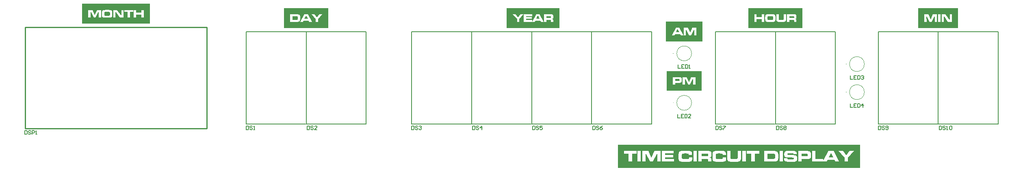
<source format=gto>
G04 Layer_Color=65535*
%FSLAX25Y25*%
%MOIN*%
G70*
G01*
G75*
%ADD10C,0.01000*%
%ADD26C,0.00394*%
%ADD27C,0.00787*%
%ADD28C,0.00500*%
G36*
X777964Y-34200D02*
X745200D01*
Y-18034D01*
X777964D01*
Y-34200D01*
D02*
G37*
G36*
X568265Y-45100D02*
X538111D01*
Y-28934D01*
X568265D01*
Y-45100D01*
D02*
G37*
G36*
X567398Y-85600D02*
X538900D01*
Y-69434D01*
X567398D01*
Y-85600D01*
D02*
G37*
G36*
X450841Y-34100D02*
X407500D01*
Y-17934D01*
X450841D01*
Y-34100D01*
D02*
G37*
G36*
X650363Y-34189D02*
X605700D01*
Y-17845D01*
X650363D01*
Y-34189D01*
D02*
G37*
G36*
X261231Y-34100D02*
X225000D01*
Y-17934D01*
X261231D01*
Y-34100D01*
D02*
G37*
G36*
X114840Y-30689D02*
X59300D01*
Y-14345D01*
X114840D01*
Y-30689D01*
D02*
G37*
G36*
X697407Y-148842D02*
X498700D01*
Y-129823D01*
X697407D01*
Y-148842D01*
D02*
G37*
%LPC*%
G36*
X763510Y-23034D02*
X761532D01*
Y-29200D01*
X763510D01*
Y-23034D01*
D02*
G37*
G36*
X772964D02*
X771042D01*
X771087Y-27634D01*
X770898D01*
X767665Y-23034D01*
X764376D01*
Y-29200D01*
X766287D01*
X766243Y-24600D01*
X766443D01*
X769687Y-29200D01*
X772964D01*
Y-23034D01*
D02*
G37*
G36*
X760666D02*
X757266D01*
X755433Y-27045D01*
X753600Y-23034D01*
X750200D01*
Y-29200D01*
X752044D01*
X752000Y-24589D01*
X752333D01*
X754655Y-29200D01*
X756222D01*
X758544Y-24589D01*
X758855D01*
X758810Y-29200D01*
X760666D01*
Y-23034D01*
D02*
G37*
G36*
X549288Y-33934D02*
X546366D01*
X543111Y-40100D01*
X545244D01*
X545766Y-39056D01*
X549855D01*
X550377Y-40100D01*
X552510D01*
X549288Y-33934D01*
D02*
G37*
G36*
X563265D02*
X559865D01*
X558032Y-37945D01*
X556199Y-33934D01*
X552799D01*
Y-40100D01*
X554643D01*
X554599Y-35489D01*
X554932D01*
X557254Y-40100D01*
X558821D01*
X561143Y-35489D01*
X561454D01*
X561409Y-40100D01*
X563265D01*
Y-33934D01*
D02*
G37*
%LPD*%
G36*
X549188Y-37700D02*
X546444D01*
X547633Y-35367D01*
X547999D01*
X549188Y-37700D01*
D02*
G37*
%LPC*%
G36*
X562398Y-74434D02*
X558998D01*
X557165Y-78445D01*
X555332Y-74434D01*
X551932D01*
Y-80600D01*
X553777D01*
X553732Y-75989D01*
X554066D01*
X556388Y-80600D01*
X557954D01*
X560276Y-75989D01*
X560587D01*
X560543Y-80600D01*
X562398D01*
Y-74434D01*
D02*
G37*
G36*
X548533D02*
X543900D01*
Y-80600D01*
X545778D01*
Y-79089D01*
X548677D01*
X548833Y-79078D01*
X549088D01*
X549199Y-79067D01*
X549377D01*
X549444Y-79056D01*
X549555D01*
X549588Y-79045D01*
X549633D01*
X549833Y-79022D01*
X550010Y-78989D01*
X550166Y-78945D01*
X550288Y-78911D01*
X550388Y-78878D01*
X550466Y-78845D01*
X550511Y-78834D01*
X550522Y-78822D01*
X550633Y-78756D01*
X550733Y-78678D01*
X550821Y-78600D01*
X550899Y-78522D01*
X550955Y-78456D01*
X550999Y-78400D01*
X551021Y-78356D01*
X551033Y-78345D01*
X551077Y-78256D01*
X551122Y-78145D01*
X551188Y-77900D01*
X551233Y-77634D01*
X551266Y-77378D01*
X551288Y-77134D01*
Y-77023D01*
X551299Y-76934D01*
Y-76856D01*
Y-76789D01*
Y-76756D01*
Y-76745D01*
Y-76523D01*
X551288Y-76334D01*
X551266Y-76145D01*
X551244Y-75978D01*
X551222Y-75823D01*
X551199Y-75689D01*
X551166Y-75567D01*
X551133Y-75456D01*
X551099Y-75367D01*
X551077Y-75289D01*
X551044Y-75223D01*
X551021Y-75167D01*
X550999Y-75134D01*
X550977Y-75100D01*
X550966Y-75078D01*
X550899Y-74989D01*
X550821Y-74923D01*
X550633Y-74790D01*
X550433Y-74690D01*
X550233Y-74612D01*
X550044Y-74556D01*
X549955Y-74534D01*
X549877Y-74512D01*
X549822Y-74501D01*
X549777D01*
X549744Y-74489D01*
X549733D01*
X549655Y-74478D01*
X549566Y-74467D01*
X549455D01*
X549333Y-74456D01*
X549066Y-74445D01*
X548800D01*
X548533Y-74434D01*
D02*
G37*
%LPD*%
G36*
X548411Y-75989D02*
X548533D01*
X548633Y-76000D01*
X548733D01*
X548811Y-76012D01*
X548877D01*
X548933Y-76023D01*
X549011Y-76034D01*
X549066D01*
X549088Y-76045D01*
X549099D01*
X549211Y-76112D01*
X549277Y-76178D01*
X549322Y-76245D01*
X549333Y-76256D01*
Y-76267D01*
X549355Y-76334D01*
X549377Y-76411D01*
X549399Y-76567D01*
X549411Y-76634D01*
Y-76689D01*
Y-76734D01*
Y-76745D01*
Y-76856D01*
X549399Y-76956D01*
X549388Y-77045D01*
Y-77112D01*
X549377Y-77167D01*
X549366Y-77200D01*
X549355Y-77223D01*
Y-77234D01*
X549299Y-77334D01*
X549233Y-77400D01*
X549177Y-77445D01*
X549166Y-77456D01*
X549155D01*
X549066Y-77500D01*
X548988Y-77522D01*
X548922Y-77534D01*
X548822D01*
X548722Y-77545D01*
X545778D01*
Y-75978D01*
X548277D01*
X548411Y-75989D01*
D02*
G37*
%LPC*%
G36*
X428432Y-22934D02*
X421599D01*
Y-29100D01*
X428465D01*
Y-27622D01*
X423455D01*
Y-26623D01*
X428176D01*
Y-25267D01*
X423455D01*
Y-24389D01*
X428432D01*
Y-22934D01*
D02*
G37*
G36*
X434653D02*
X431731D01*
X428476Y-29100D01*
X430609D01*
X431132Y-28056D01*
X435220D01*
X435742Y-29100D01*
X437875D01*
X434653Y-22934D01*
D02*
G37*
G36*
X421344D02*
X418899D01*
X416977Y-25411D01*
X414966Y-22934D01*
X412500D01*
X416033Y-26922D01*
Y-29100D01*
X417977D01*
Y-26922D01*
X421344Y-22934D01*
D02*
G37*
G36*
X443219D02*
X438164D01*
Y-29100D01*
X440042D01*
Y-27534D01*
X443052D01*
X443175Y-27545D01*
X443286D01*
X443353Y-27556D01*
X443408D01*
X443430Y-27567D01*
X443441D01*
X443564Y-27600D01*
X443652Y-27656D01*
X443708Y-27689D01*
X443730Y-27711D01*
X443797Y-27811D01*
X443841Y-27922D01*
X443863Y-27967D01*
Y-28011D01*
X443875Y-28033D01*
Y-28045D01*
X443886Y-28144D01*
X443897Y-28256D01*
X443919Y-28489D01*
Y-28600D01*
Y-28689D01*
Y-28756D01*
Y-28767D01*
Y-28778D01*
Y-29100D01*
X445774D01*
Y-28533D01*
Y-28389D01*
Y-28256D01*
Y-28144D01*
X445763Y-28033D01*
Y-27933D01*
Y-27856D01*
X445752Y-27711D01*
X445741Y-27611D01*
Y-27545D01*
X445730Y-27500D01*
Y-27489D01*
X445686Y-27311D01*
X445652Y-27245D01*
X445619Y-27178D01*
X445586Y-27122D01*
X445563Y-27089D01*
X445552Y-27067D01*
X445541Y-27056D01*
X445430Y-26956D01*
X445297Y-26878D01*
X445163Y-26811D01*
X445019Y-26767D01*
X444886Y-26745D01*
X444786Y-26722D01*
X444741D01*
X444708Y-26711D01*
X444686D01*
X444863Y-26678D01*
X445019Y-26634D01*
X445141Y-26589D01*
X445252Y-26545D01*
X445330Y-26500D01*
X445397Y-26467D01*
X445430Y-26445D01*
X445441Y-26434D01*
X445519Y-26356D01*
X445586Y-26278D01*
X445641Y-26189D01*
X445686Y-26111D01*
X445708Y-26045D01*
X445730Y-25989D01*
X445752Y-25945D01*
Y-25934D01*
X445786Y-25800D01*
X445808Y-25645D01*
X445819Y-25478D01*
X445830Y-25323D01*
X445841Y-25167D01*
Y-25056D01*
Y-25012D01*
Y-24978D01*
Y-24956D01*
Y-24945D01*
Y-24667D01*
X445819Y-24423D01*
X445797Y-24223D01*
X445774Y-24056D01*
X445752Y-23934D01*
X445730Y-23845D01*
X445719Y-23800D01*
X445708Y-23778D01*
X445652Y-23645D01*
X445575Y-23523D01*
X445497Y-23423D01*
X445419Y-23334D01*
X445341Y-23267D01*
X445274Y-23223D01*
X445230Y-23189D01*
X445219Y-23178D01*
X445108Y-23123D01*
X444997Y-23067D01*
X444897Y-23034D01*
X444808Y-23012D01*
X444730Y-22989D01*
X444663D01*
X444619Y-22978D01*
X444608D01*
X444530Y-22967D01*
X444441D01*
X444319Y-22956D01*
X444030D01*
X443863Y-22945D01*
X443375D01*
X443219Y-22934D01*
D02*
G37*
%LPD*%
G36*
X434553Y-26700D02*
X431809D01*
X432998Y-24367D01*
X433365D01*
X434553Y-26700D01*
D02*
G37*
G36*
X443064Y-24489D02*
X443308D01*
X443375Y-24500D01*
X443453D01*
X443552Y-24512D01*
X443630Y-24534D01*
X443675Y-24545D01*
X443697Y-24556D01*
X443786Y-24612D01*
X443841Y-24689D01*
X443875Y-24745D01*
X443886Y-24756D01*
Y-24767D01*
X443908Y-24823D01*
X443930Y-24900D01*
X443941Y-25045D01*
X443952Y-25111D01*
Y-25167D01*
Y-25200D01*
Y-25212D01*
Y-25323D01*
X443941Y-25411D01*
X443930Y-25500D01*
Y-25556D01*
X443919Y-25611D01*
X443908Y-25645D01*
X443897Y-25667D01*
Y-25678D01*
X443852Y-25778D01*
X443797Y-25845D01*
X443752Y-25889D01*
X443741Y-25900D01*
X443730D01*
X443652Y-25934D01*
X443575Y-25956D01*
X443519Y-25967D01*
X443419D01*
X443308Y-25978D01*
X443041D01*
X442897Y-25989D01*
X440042D01*
Y-24478D01*
X442897D01*
X443064Y-24489D01*
D02*
G37*
%LPC*%
G36*
X618888Y-22934D02*
X616911D01*
Y-25134D01*
X612678D01*
Y-22934D01*
X610700D01*
Y-29100D01*
X612678D01*
Y-26856D01*
X616911D01*
Y-29100D01*
X618888D01*
Y-22934D01*
D02*
G37*
G36*
X636853D02*
X634975D01*
Y-25767D01*
Y-25878D01*
Y-25989D01*
X634964Y-26100D01*
Y-26211D01*
X634953Y-26311D01*
Y-26389D01*
X634942Y-26434D01*
Y-26456D01*
X634931Y-26600D01*
X634920Y-26711D01*
X634909Y-26811D01*
X634898Y-26889D01*
X634887Y-26956D01*
Y-27000D01*
X634875Y-27022D01*
Y-27033D01*
X634842Y-27145D01*
X634787Y-27233D01*
X634753Y-27289D01*
X634731Y-27311D01*
X634664Y-27367D01*
X634586Y-27411D01*
X634409Y-27489D01*
X634331Y-27511D01*
X634264Y-27522D01*
X634220Y-27534D01*
X634198D01*
X634120Y-27545D01*
X634031Y-27556D01*
X633831Y-27567D01*
X633598Y-27578D01*
X633376D01*
X633176Y-27589D01*
X632431D01*
X632242Y-27578D01*
X632076Y-27567D01*
X631931D01*
X631798Y-27556D01*
X631687Y-27545D01*
X631587Y-27534D01*
X631498Y-27522D01*
X631420Y-27511D01*
X631365Y-27500D01*
X631309D01*
X631276Y-27489D01*
X631253Y-27478D01*
X631231D01*
X631098Y-27422D01*
X630998Y-27356D01*
X630920Y-27278D01*
X630854Y-27200D01*
X630820Y-27134D01*
X630798Y-27067D01*
X630776Y-27022D01*
Y-27011D01*
X630765Y-26956D01*
X630754Y-26878D01*
Y-26800D01*
X630742Y-26700D01*
X630731Y-26500D01*
X630720Y-26289D01*
Y-26089D01*
X630709Y-26000D01*
Y-25923D01*
Y-25856D01*
Y-25811D01*
Y-25778D01*
Y-25767D01*
Y-22934D01*
X628831D01*
Y-25767D01*
Y-25967D01*
Y-26134D01*
Y-26300D01*
Y-26445D01*
Y-26567D01*
Y-26689D01*
Y-26789D01*
X628843Y-26867D01*
Y-26945D01*
Y-27000D01*
Y-27056D01*
Y-27089D01*
Y-27145D01*
Y-27156D01*
X628865Y-27389D01*
X628876Y-27500D01*
X628898Y-27600D01*
X628909Y-27678D01*
X628920Y-27756D01*
X628932Y-27800D01*
Y-27811D01*
X628976Y-27989D01*
X629032Y-28144D01*
X629098Y-28278D01*
X629187Y-28411D01*
X629276Y-28522D01*
X629376Y-28611D01*
X629476Y-28700D01*
X629576Y-28778D01*
X629676Y-28833D01*
X629765Y-28889D01*
X629854Y-28922D01*
X629931Y-28956D01*
X629998Y-28978D01*
X630043Y-29000D01*
X630076Y-29011D01*
X630087D01*
X630265Y-29044D01*
X630442Y-29067D01*
X630609Y-29089D01*
X630776Y-29111D01*
X630920Y-29122D01*
X631031Y-29133D01*
X631076Y-29144D01*
X631131D01*
X631253Y-29155D01*
X631387D01*
X631665Y-29167D01*
X631953Y-29178D01*
X632231D01*
X632353Y-29189D01*
X633387D01*
X633620Y-29178D01*
X633831D01*
X634020Y-29167D01*
X634198D01*
X634353Y-29155D01*
X634486Y-29144D01*
X634609D01*
X634720Y-29133D01*
X634798D01*
X634875Y-29122D01*
X634931D01*
X634964Y-29111D01*
X634998D01*
X635231Y-29078D01*
X635431Y-29044D01*
X635609Y-29000D01*
X635753Y-28956D01*
X635864Y-28911D01*
X635942Y-28878D01*
X635997Y-28856D01*
X636009Y-28844D01*
X636120Y-28767D01*
X636220Y-28689D01*
X636397Y-28511D01*
X636520Y-28322D01*
X636620Y-28133D01*
X636686Y-27967D01*
X636708Y-27889D01*
X636731Y-27822D01*
X636742Y-27778D01*
Y-27733D01*
X636753Y-27711D01*
Y-27700D01*
X636764Y-27600D01*
X636775Y-27489D01*
X636786Y-27356D01*
X636797Y-27200D01*
X636820Y-26889D01*
X636831Y-26567D01*
Y-26400D01*
X636842Y-26256D01*
Y-26122D01*
Y-26000D01*
X636853Y-25911D01*
Y-25834D01*
Y-25778D01*
Y-25767D01*
Y-22934D01*
D02*
G37*
G36*
X624554Y-22845D02*
X623188D01*
X622877Y-22856D01*
X622610D01*
X622354Y-22867D01*
X622132Y-22878D01*
X621932Y-22889D01*
X621754D01*
X621599Y-22901D01*
X621477Y-22912D01*
X621366Y-22923D01*
X621277Y-22934D01*
X621210D01*
X621166Y-22945D01*
X621132D01*
X620943Y-22978D01*
X620766Y-23034D01*
X620610Y-23089D01*
X620477Y-23167D01*
X620343Y-23245D01*
X620244Y-23334D01*
X620144Y-23423D01*
X620066Y-23512D01*
X619999Y-23601D01*
X619944Y-23689D01*
X619899Y-23767D01*
X619866Y-23834D01*
X619843Y-23900D01*
X619821Y-23945D01*
X619810Y-23967D01*
Y-23978D01*
X619777Y-24101D01*
X619755Y-24234D01*
X619732Y-24389D01*
X619710Y-24545D01*
X619688Y-24878D01*
X619666Y-25212D01*
X619655Y-25367D01*
Y-25512D01*
X619643Y-25645D01*
Y-25756D01*
Y-25856D01*
Y-25923D01*
Y-25978D01*
Y-25989D01*
Y-26256D01*
X619655Y-26500D01*
Y-26734D01*
X619666Y-26934D01*
X619688Y-27122D01*
X619699Y-27300D01*
X619710Y-27445D01*
X619732Y-27578D01*
X619743Y-27700D01*
X619755Y-27800D01*
X619777Y-27878D01*
X619788Y-27945D01*
X619799Y-28000D01*
Y-28033D01*
X619810Y-28056D01*
Y-28067D01*
X619866Y-28222D01*
X619932Y-28367D01*
X620021Y-28489D01*
X620121Y-28600D01*
X620221Y-28700D01*
X620332Y-28789D01*
X620455Y-28856D01*
X620566Y-28911D01*
X620777Y-29011D01*
X620877Y-29044D01*
X620966Y-29067D01*
X621032Y-29078D01*
X621088Y-29089D01*
X621121Y-29100D01*
X621132D01*
X621288Y-29111D01*
X621466Y-29133D01*
X621666Y-29144D01*
X621877Y-29155D01*
X622332Y-29167D01*
X622799Y-29178D01*
X623010D01*
X623221Y-29189D01*
X624587D01*
X624888Y-29178D01*
X625154D01*
X625410Y-29167D01*
X625632Y-29155D01*
X625832D01*
X625998Y-29144D01*
X626154Y-29133D01*
X626276Y-29122D01*
X626387D01*
X626476Y-29111D01*
X626543D01*
X626587Y-29100D01*
X626621D01*
X626810Y-29067D01*
X626987Y-29011D01*
X627143Y-28956D01*
X627287Y-28878D01*
X627409Y-28800D01*
X627509Y-28711D01*
X627609Y-28622D01*
X627687Y-28533D01*
X627754Y-28444D01*
X627809Y-28356D01*
X627854Y-28278D01*
X627887Y-28211D01*
X627909Y-28144D01*
X627932Y-28100D01*
X627943Y-28078D01*
Y-28067D01*
X627976Y-27945D01*
X627998Y-27811D01*
X628020Y-27656D01*
X628043Y-27489D01*
X628076Y-27156D01*
X628098Y-26822D01*
X628109Y-26656D01*
Y-26511D01*
X628121Y-26378D01*
Y-26256D01*
Y-26156D01*
Y-26089D01*
Y-26034D01*
Y-26022D01*
Y-25756D01*
X628109Y-25523D01*
Y-25300D01*
X628098Y-25089D01*
X628076Y-24912D01*
X628065Y-24745D01*
X628054Y-24589D01*
X628032Y-24456D01*
X628020Y-24345D01*
X627998Y-24245D01*
X627987Y-24156D01*
X627976Y-24089D01*
X627965Y-24045D01*
X627954Y-24012D01*
X627943Y-23989D01*
Y-23978D01*
X627887Y-23823D01*
X627820Y-23678D01*
X627732Y-23556D01*
X627632Y-23445D01*
X627532Y-23345D01*
X627421Y-23256D01*
X627298Y-23189D01*
X627187Y-23123D01*
X626976Y-23034D01*
X626876Y-23001D01*
X626798Y-22978D01*
X626721Y-22967D01*
X626665Y-22956D01*
X626632Y-22945D01*
X626621D01*
X626465Y-22923D01*
X626287Y-22912D01*
X626087Y-22901D01*
X625876Y-22889D01*
X625421Y-22867D01*
X624965Y-22856D01*
X624754D01*
X624554Y-22845D01*
D02*
G37*
G36*
X642741Y-22934D02*
X637686D01*
Y-29100D01*
X639564D01*
Y-27534D01*
X642575D01*
X642697Y-27545D01*
X642808D01*
X642875Y-27556D01*
X642930D01*
X642952Y-27567D01*
X642963D01*
X643086Y-27600D01*
X643175Y-27656D01*
X643230Y-27689D01*
X643252Y-27711D01*
X643319Y-27811D01*
X643363Y-27922D01*
X643386Y-27967D01*
Y-28011D01*
X643397Y-28033D01*
Y-28045D01*
X643408Y-28144D01*
X643419Y-28256D01*
X643441Y-28489D01*
Y-28600D01*
Y-28689D01*
Y-28756D01*
Y-28767D01*
Y-28778D01*
Y-29100D01*
X645296D01*
Y-28533D01*
Y-28389D01*
Y-28256D01*
Y-28144D01*
X645285Y-28033D01*
Y-27933D01*
Y-27856D01*
X645274Y-27711D01*
X645263Y-27611D01*
Y-27545D01*
X645252Y-27500D01*
Y-27489D01*
X645208Y-27311D01*
X645174Y-27245D01*
X645141Y-27178D01*
X645108Y-27122D01*
X645085Y-27089D01*
X645074Y-27067D01*
X645063Y-27056D01*
X644952Y-26956D01*
X644819Y-26878D01*
X644686Y-26811D01*
X644541Y-26767D01*
X644408Y-26745D01*
X644308Y-26722D01*
X644263D01*
X644230Y-26711D01*
X644208D01*
X644385Y-26678D01*
X644541Y-26634D01*
X644663Y-26589D01*
X644774Y-26545D01*
X644852Y-26500D01*
X644919Y-26467D01*
X644952Y-26445D01*
X644963Y-26434D01*
X645041Y-26356D01*
X645108Y-26278D01*
X645163Y-26189D01*
X645208Y-26111D01*
X645230Y-26045D01*
X645252Y-25989D01*
X645274Y-25945D01*
Y-25934D01*
X645308Y-25800D01*
X645330Y-25645D01*
X645341Y-25478D01*
X645352Y-25323D01*
X645363Y-25167D01*
Y-25056D01*
Y-25012D01*
Y-24978D01*
Y-24956D01*
Y-24945D01*
Y-24667D01*
X645341Y-24423D01*
X645319Y-24223D01*
X645296Y-24056D01*
X645274Y-23934D01*
X645252Y-23845D01*
X645241Y-23800D01*
X645230Y-23778D01*
X645174Y-23645D01*
X645097Y-23523D01*
X645019Y-23423D01*
X644941Y-23334D01*
X644863Y-23267D01*
X644797Y-23223D01*
X644752Y-23189D01*
X644741Y-23178D01*
X644630Y-23123D01*
X644519Y-23067D01*
X644419Y-23034D01*
X644330Y-23012D01*
X644252Y-22989D01*
X644185D01*
X644141Y-22978D01*
X644130D01*
X644052Y-22967D01*
X643963D01*
X643841Y-22956D01*
X643552D01*
X643386Y-22945D01*
X642897D01*
X642741Y-22934D01*
D02*
G37*
%LPD*%
G36*
X624687Y-24456D02*
X624843D01*
X624976Y-24467D01*
X625199D01*
X625287Y-24478D01*
X625354D01*
X625410Y-24489D01*
X625454D01*
X625487Y-24500D01*
X625532D01*
X625654Y-24523D01*
X625754Y-24556D01*
X625843Y-24600D01*
X625910Y-24634D01*
X625965Y-24678D01*
X625998Y-24712D01*
X626021Y-24734D01*
X626032Y-24745D01*
X626076Y-24812D01*
X626098Y-24878D01*
X626154Y-25034D01*
X626165Y-25100D01*
X626176Y-25156D01*
X626187Y-25200D01*
Y-25212D01*
X626210Y-25345D01*
X626221Y-25500D01*
X626232Y-25656D01*
Y-25811D01*
X626243Y-25967D01*
Y-26078D01*
Y-26122D01*
Y-26156D01*
Y-26178D01*
Y-26189D01*
Y-26389D01*
X626232Y-26556D01*
X626221Y-26689D01*
X626210Y-26811D01*
X626198Y-26889D01*
X626187Y-26956D01*
X626176Y-26989D01*
Y-27000D01*
X626121Y-27167D01*
X626087Y-27222D01*
X626043Y-27278D01*
X626010Y-27322D01*
X625976Y-27356D01*
X625965Y-27367D01*
X625954Y-27378D01*
X625876Y-27422D01*
X625787Y-27467D01*
X625610Y-27511D01*
X625532Y-27534D01*
X625465Y-27545D01*
X625421Y-27556D01*
X625321D01*
X625221Y-27567D01*
X625121D01*
X624999Y-27578D01*
X624754D01*
X624499Y-27589D01*
X623288D01*
X623121Y-27578D01*
X622843D01*
X622721Y-27567D01*
X622532D01*
X622454Y-27556D01*
X622343D01*
X622299Y-27545D01*
X622254D01*
X622065Y-27500D01*
X621910Y-27422D01*
X621788Y-27334D01*
X621699Y-27245D01*
X621643Y-27156D01*
X621599Y-27078D01*
X621588Y-27022D01*
X621577Y-27000D01*
X621555Y-26889D01*
X621543Y-26767D01*
X621532Y-26623D01*
Y-26489D01*
X621521Y-26367D01*
Y-26267D01*
Y-26200D01*
Y-26189D01*
Y-26178D01*
Y-26011D01*
Y-25856D01*
X621532Y-25712D01*
Y-25589D01*
X621543Y-25478D01*
X621555Y-25378D01*
X621566Y-25289D01*
X621577Y-25200D01*
X621588Y-25078D01*
X621610Y-25000D01*
X621621Y-24945D01*
Y-24934D01*
X621677Y-24823D01*
X621743Y-24734D01*
X621810Y-24667D01*
X621888Y-24612D01*
X621966Y-24567D01*
X622021Y-24545D01*
X622065Y-24523D01*
X622077D01*
X622143Y-24512D01*
X622243Y-24500D01*
X622354Y-24489D01*
X622488Y-24478D01*
X622632Y-24467D01*
X622788D01*
X623099Y-24456D01*
X623243D01*
X623388Y-24445D01*
X624521D01*
X624687Y-24456D01*
D02*
G37*
G36*
X642586Y-24489D02*
X642830D01*
X642897Y-24500D01*
X642975D01*
X643075Y-24512D01*
X643152Y-24534D01*
X643197Y-24545D01*
X643219Y-24556D01*
X643308Y-24612D01*
X643363Y-24689D01*
X643397Y-24745D01*
X643408Y-24756D01*
Y-24767D01*
X643430Y-24823D01*
X643452Y-24900D01*
X643463Y-25045D01*
X643474Y-25111D01*
Y-25167D01*
Y-25200D01*
Y-25212D01*
Y-25323D01*
X643463Y-25411D01*
X643452Y-25500D01*
Y-25556D01*
X643441Y-25611D01*
X643430Y-25645D01*
X643419Y-25667D01*
Y-25678D01*
X643374Y-25778D01*
X643319Y-25845D01*
X643274Y-25889D01*
X643263Y-25900D01*
X643252D01*
X643175Y-25934D01*
X643097Y-25956D01*
X643041Y-25967D01*
X642941D01*
X642830Y-25978D01*
X642563D01*
X642419Y-25989D01*
X639564D01*
Y-24478D01*
X642419D01*
X642586Y-24489D01*
D02*
G37*
%LPC*%
G36*
X235344Y-22934D02*
X230000D01*
Y-29100D01*
X235255D01*
X235377Y-29089D01*
X235744D01*
X235810Y-29078D01*
X235944D01*
X236110Y-29067D01*
X236277Y-29044D01*
X236422Y-29022D01*
X236555Y-29000D01*
X236655Y-28989D01*
X236744Y-28967D01*
X236788Y-28956D01*
X236810D01*
X236966Y-28911D01*
X237110Y-28856D01*
X237233Y-28789D01*
X237344Y-28722D01*
X237455Y-28644D01*
X237544Y-28556D01*
X237699Y-28389D01*
X237810Y-28222D01*
X237888Y-28089D01*
X237910Y-28033D01*
X237932Y-27989D01*
X237944Y-27967D01*
Y-27956D01*
X238021Y-27689D01*
X238055Y-27567D01*
X238077Y-27445D01*
X238088Y-27345D01*
X238099Y-27256D01*
X238110Y-27211D01*
Y-27189D01*
X238121Y-27011D01*
X238133Y-26811D01*
X238144Y-26600D01*
X238155Y-26400D01*
Y-26211D01*
Y-26134D01*
Y-26067D01*
Y-26011D01*
Y-25967D01*
Y-25945D01*
Y-25934D01*
Y-25667D01*
X238144Y-25434D01*
Y-25245D01*
X238133Y-25089D01*
X238121Y-24967D01*
Y-24878D01*
X238110Y-24834D01*
Y-24812D01*
X238077Y-24545D01*
X238055Y-24423D01*
X238033Y-24312D01*
X238010Y-24223D01*
X237988Y-24156D01*
X237977Y-24112D01*
Y-24101D01*
X237921Y-23945D01*
X237844Y-23812D01*
X237755Y-23689D01*
X237666Y-23578D01*
X237566Y-23478D01*
X237466Y-23390D01*
X237366Y-23323D01*
X237266Y-23256D01*
X237077Y-23156D01*
X236988Y-23123D01*
X236910Y-23101D01*
X236855Y-23078D01*
X236810Y-23067D01*
X236777Y-23056D01*
X236766D01*
X236477Y-23012D01*
X236344Y-22989D01*
X236233Y-22978D01*
X236133Y-22967D01*
X236066Y-22956D01*
X235922D01*
X235833Y-22945D01*
X235599D01*
X235344Y-22934D01*
D02*
G37*
G36*
X256231D02*
X253786D01*
X251865Y-25411D01*
X249854Y-22934D01*
X247387D01*
X250920Y-26922D01*
Y-29100D01*
X252864D01*
Y-26922D01*
X256231Y-22934D01*
D02*
G37*
G36*
X244487D02*
X241565D01*
X238310Y-29100D01*
X240443D01*
X240966Y-28056D01*
X245054D01*
X245576Y-29100D01*
X247709D01*
X244487Y-22934D01*
D02*
G37*
%LPD*%
G36*
X234988Y-24489D02*
X235100D01*
X235188Y-24500D01*
X235344D01*
X235466Y-24512D01*
X235544Y-24523D01*
X235588Y-24534D01*
X235599D01*
X235711Y-24556D01*
X235799Y-24589D01*
X235877Y-24623D01*
X235944Y-24656D01*
X235988Y-24689D01*
X236022Y-24723D01*
X236044Y-24734D01*
X236055Y-24745D01*
X236099Y-24812D01*
X236144Y-24878D01*
X236199Y-25023D01*
X236222Y-25089D01*
X236233Y-25145D01*
X236244Y-25178D01*
Y-25189D01*
X236266Y-25311D01*
X236277Y-25445D01*
X236288Y-25589D01*
Y-25723D01*
X236299Y-25845D01*
Y-25956D01*
Y-26022D01*
Y-26034D01*
Y-26045D01*
Y-26245D01*
X236288Y-26423D01*
X236277Y-26567D01*
X236266Y-26689D01*
X236255Y-26789D01*
X236244Y-26856D01*
X236233Y-26900D01*
Y-26911D01*
X236199Y-27011D01*
X236166Y-27089D01*
X236133Y-27156D01*
X236099Y-27211D01*
X236066Y-27256D01*
X236033Y-27289D01*
X236022Y-27300D01*
X236011Y-27311D01*
X235955Y-27356D01*
X235877Y-27389D01*
X235722Y-27445D01*
X235644Y-27456D01*
X235588Y-27467D01*
X235544Y-27478D01*
X235533D01*
X235388Y-27489D01*
X235222Y-27500D01*
X235044Y-27511D01*
X234866D01*
X234711Y-27522D01*
X231855D01*
Y-24478D01*
X234877D01*
X234988Y-24489D01*
D02*
G37*
G36*
X244387Y-26700D02*
X241643D01*
X242832Y-24367D01*
X243199D01*
X244387Y-26700D01*
D02*
G37*
%LPC*%
G36*
X80421Y-19345D02*
X79054D01*
X78743Y-19356D01*
X78476D01*
X78221Y-19367D01*
X77999Y-19378D01*
X77799Y-19389D01*
X77621D01*
X77465Y-19401D01*
X77343Y-19412D01*
X77232Y-19423D01*
X77143Y-19434D01*
X77077D01*
X77032Y-19445D01*
X76999D01*
X76810Y-19478D01*
X76632Y-19534D01*
X76477Y-19590D01*
X76343Y-19667D01*
X76210Y-19745D01*
X76110Y-19834D01*
X76010Y-19923D01*
X75932Y-20012D01*
X75866Y-20101D01*
X75810Y-20189D01*
X75766Y-20267D01*
X75732Y-20334D01*
X75710Y-20401D01*
X75688Y-20445D01*
X75677Y-20467D01*
Y-20478D01*
X75643Y-20601D01*
X75621Y-20734D01*
X75599Y-20889D01*
X75577Y-21045D01*
X75554Y-21378D01*
X75532Y-21711D01*
X75521Y-21867D01*
Y-22012D01*
X75510Y-22145D01*
Y-22256D01*
Y-22356D01*
Y-22422D01*
Y-22478D01*
Y-22489D01*
Y-22756D01*
X75521Y-23000D01*
Y-23234D01*
X75532Y-23434D01*
X75554Y-23622D01*
X75565Y-23800D01*
X75577Y-23945D01*
X75599Y-24078D01*
X75610Y-24200D01*
X75621Y-24300D01*
X75643Y-24378D01*
X75654Y-24445D01*
X75665Y-24500D01*
Y-24533D01*
X75677Y-24556D01*
Y-24567D01*
X75732Y-24722D01*
X75799Y-24867D01*
X75888Y-24989D01*
X75988Y-25100D01*
X76088Y-25200D01*
X76199Y-25289D01*
X76321Y-25356D01*
X76432Y-25411D01*
X76643Y-25511D01*
X76743Y-25545D01*
X76832Y-25567D01*
X76899Y-25578D01*
X76954Y-25589D01*
X76988Y-25600D01*
X76999D01*
X77154Y-25611D01*
X77332Y-25633D01*
X77532Y-25644D01*
X77743Y-25655D01*
X78199Y-25667D01*
X78665Y-25678D01*
X78876D01*
X79087Y-25689D01*
X80454D01*
X80754Y-25678D01*
X81021D01*
X81276Y-25667D01*
X81498Y-25655D01*
X81698D01*
X81865Y-25644D01*
X82020Y-25633D01*
X82143Y-25622D01*
X82254D01*
X82343Y-25611D01*
X82409D01*
X82454Y-25600D01*
X82487D01*
X82676Y-25567D01*
X82854Y-25511D01*
X83009Y-25456D01*
X83154Y-25378D01*
X83276Y-25300D01*
X83376Y-25211D01*
X83476Y-25122D01*
X83554Y-25033D01*
X83620Y-24945D01*
X83676Y-24856D01*
X83720Y-24778D01*
X83754Y-24711D01*
X83776Y-24645D01*
X83798Y-24600D01*
X83809Y-24578D01*
Y-24567D01*
X83842Y-24445D01*
X83865Y-24311D01*
X83887Y-24156D01*
X83909Y-23989D01*
X83943Y-23656D01*
X83965Y-23323D01*
X83976Y-23156D01*
Y-23011D01*
X83987Y-22878D01*
Y-22756D01*
Y-22656D01*
Y-22589D01*
Y-22534D01*
Y-22523D01*
Y-22256D01*
X83976Y-22023D01*
Y-21800D01*
X83965Y-21589D01*
X83943Y-21411D01*
X83931Y-21245D01*
X83920Y-21089D01*
X83898Y-20956D01*
X83887Y-20845D01*
X83865Y-20745D01*
X83854Y-20656D01*
X83842Y-20589D01*
X83831Y-20545D01*
X83820Y-20512D01*
X83809Y-20489D01*
Y-20478D01*
X83754Y-20323D01*
X83687Y-20178D01*
X83598Y-20056D01*
X83498Y-19945D01*
X83398Y-19845D01*
X83287Y-19756D01*
X83165Y-19690D01*
X83054Y-19623D01*
X82843Y-19534D01*
X82743Y-19501D01*
X82665Y-19478D01*
X82587Y-19467D01*
X82531Y-19456D01*
X82498Y-19445D01*
X82487D01*
X82332Y-19423D01*
X82154Y-19412D01*
X81954Y-19401D01*
X81743Y-19389D01*
X81287Y-19367D01*
X80832Y-19356D01*
X80621D01*
X80421Y-19345D01*
D02*
G37*
G36*
X93319Y-19434D02*
X91397D01*
X91442Y-24034D01*
X91253D01*
X88020Y-19434D01*
X84731D01*
Y-25600D01*
X86642D01*
X86598Y-21001D01*
X86798D01*
X90042Y-25600D01*
X93319D01*
Y-19434D01*
D02*
G37*
G36*
X74766D02*
X71366D01*
X69533Y-23445D01*
X67700Y-19434D01*
X64300D01*
Y-25600D01*
X66144D01*
X66100Y-20989D01*
X66433D01*
X68755Y-25600D01*
X70322D01*
X72644Y-20989D01*
X72955D01*
X72910Y-25600D01*
X74766D01*
Y-19434D01*
D02*
G37*
G36*
X109840D02*
X107862D01*
Y-21634D01*
X103629D01*
Y-19434D01*
X101652D01*
Y-25600D01*
X103629D01*
Y-23356D01*
X107862D01*
Y-25600D01*
X109840D01*
Y-19434D01*
D02*
G37*
G36*
X101218D02*
X93753D01*
Y-21012D01*
X96497D01*
Y-25600D01*
X98474D01*
Y-21012D01*
X101218D01*
Y-19434D01*
D02*
G37*
%LPD*%
G36*
X80554Y-20956D02*
X80709D01*
X80843Y-20967D01*
X81065D01*
X81154Y-20978D01*
X81221D01*
X81276Y-20989D01*
X81321D01*
X81354Y-21001D01*
X81398D01*
X81520Y-21023D01*
X81621Y-21056D01*
X81709Y-21101D01*
X81776Y-21134D01*
X81832Y-21178D01*
X81865Y-21212D01*
X81887Y-21234D01*
X81898Y-21245D01*
X81943Y-21312D01*
X81965Y-21378D01*
X82020Y-21534D01*
X82032Y-21600D01*
X82043Y-21656D01*
X82054Y-21700D01*
Y-21711D01*
X82076Y-21845D01*
X82087Y-22000D01*
X82098Y-22156D01*
Y-22311D01*
X82109Y-22467D01*
Y-22578D01*
Y-22623D01*
Y-22656D01*
Y-22678D01*
Y-22689D01*
Y-22889D01*
X82098Y-23056D01*
X82087Y-23189D01*
X82076Y-23311D01*
X82065Y-23389D01*
X82054Y-23456D01*
X82043Y-23489D01*
Y-23500D01*
X81987Y-23667D01*
X81954Y-23722D01*
X81909Y-23778D01*
X81876Y-23822D01*
X81843Y-23856D01*
X81832Y-23867D01*
X81820Y-23878D01*
X81743Y-23922D01*
X81654Y-23967D01*
X81476Y-24011D01*
X81398Y-24034D01*
X81332Y-24045D01*
X81287Y-24056D01*
X81187D01*
X81087Y-24067D01*
X80987D01*
X80865Y-24078D01*
X80621D01*
X80365Y-24089D01*
X79154D01*
X78987Y-24078D01*
X78710D01*
X78588Y-24067D01*
X78399D01*
X78321Y-24056D01*
X78210D01*
X78165Y-24045D01*
X78121D01*
X77932Y-24000D01*
X77776Y-23922D01*
X77654Y-23833D01*
X77565Y-23745D01*
X77510Y-23656D01*
X77465Y-23578D01*
X77454Y-23522D01*
X77443Y-23500D01*
X77421Y-23389D01*
X77410Y-23267D01*
X77399Y-23122D01*
Y-22989D01*
X77388Y-22867D01*
Y-22767D01*
Y-22700D01*
Y-22689D01*
Y-22678D01*
Y-22511D01*
Y-22356D01*
X77399Y-22211D01*
Y-22089D01*
X77410Y-21978D01*
X77421Y-21878D01*
X77432Y-21789D01*
X77443Y-21700D01*
X77454Y-21578D01*
X77477Y-21500D01*
X77488Y-21445D01*
Y-21434D01*
X77543Y-21323D01*
X77610Y-21234D01*
X77676Y-21167D01*
X77754Y-21112D01*
X77832Y-21067D01*
X77887Y-21045D01*
X77932Y-21023D01*
X77943D01*
X78010Y-21012D01*
X78110Y-21001D01*
X78221Y-20989D01*
X78354Y-20978D01*
X78499Y-20967D01*
X78654D01*
X78965Y-20956D01*
X79110D01*
X79254Y-20945D01*
X80387D01*
X80554Y-20956D01*
D02*
G37*
%LPC*%
G36*
X517693Y-134964D02*
X514891D01*
Y-143700D01*
X517693D01*
Y-134964D01*
D02*
G37*
G36*
X641409Y-134823D02*
X639819D01*
X639426Y-134838D01*
X639048D01*
X638718Y-134854D01*
X638419Y-134870D01*
X638167Y-134886D01*
X637931D01*
X637742Y-134901D01*
X637569Y-134917D01*
X637443Y-134933D01*
X637333Y-134949D01*
X637238D01*
X637191Y-134964D01*
X637144D01*
X636829Y-135027D01*
X636561Y-135106D01*
X636341Y-135216D01*
X636152Y-135311D01*
X636010Y-135405D01*
X635900Y-135484D01*
X635837Y-135547D01*
X635822Y-135562D01*
X635727Y-135688D01*
X635633Y-135830D01*
X635507Y-136145D01*
X635412Y-136491D01*
X635334Y-136837D01*
X635302Y-137152D01*
X635286Y-137294D01*
Y-137420D01*
X635271Y-137514D01*
Y-137593D01*
Y-137640D01*
Y-137656D01*
Y-137892D01*
X635286Y-138112D01*
X635318Y-138317D01*
X635349Y-138506D01*
X635381Y-138679D01*
X635428Y-138836D01*
X635475Y-138962D01*
X635523Y-139088D01*
X635601Y-139277D01*
X635680Y-139419D01*
X635743Y-139497D01*
X635759Y-139529D01*
X635869Y-139655D01*
X636010Y-139749D01*
X636136Y-139844D01*
X636262Y-139907D01*
X636388Y-139970D01*
X636483Y-140001D01*
X636546Y-140017D01*
X636561Y-140033D01*
X636782Y-140080D01*
X637018Y-140111D01*
X637254Y-140143D01*
X637490Y-140174D01*
X637710Y-140190D01*
X637884Y-140206D01*
X638151D01*
X638277Y-140222D01*
X638576D01*
X638922Y-140237D01*
X639284Y-140253D01*
X639615Y-140269D01*
X639772Y-140284D01*
X639898D01*
X640008Y-140300D01*
X640166D01*
X640449Y-140316D01*
X640717Y-140332D01*
X640953D01*
X641157Y-140347D01*
X641346D01*
X641519Y-140363D01*
X641803D01*
X641913Y-140379D01*
X642464D01*
X642653Y-140395D01*
X642794Y-140426D01*
X642905Y-140442D01*
X642999Y-140473D01*
X643046Y-140505D01*
X643078Y-140521D01*
X643093D01*
X643172Y-140584D01*
X643219Y-140646D01*
X643282Y-140820D01*
X643298Y-140914D01*
X643314Y-140977D01*
Y-141024D01*
Y-141040D01*
X643298Y-141229D01*
X643267Y-141370D01*
X643219Y-141481D01*
X643172Y-141575D01*
X643109Y-141638D01*
X643062Y-141669D01*
X643031Y-141701D01*
X643015D01*
X642842Y-141748D01*
X642668Y-141780D01*
X642590D01*
X642527Y-141796D01*
X642149D01*
X642007Y-141811D01*
X639001D01*
X638875Y-141796D01*
X638529D01*
X638324Y-141764D01*
X638167Y-141701D01*
X638120Y-141685D01*
X638072Y-141654D01*
X638057Y-141638D01*
X638041D01*
X637947Y-141544D01*
X637884Y-141433D01*
X637836Y-141292D01*
X637805Y-141150D01*
X637789Y-141024D01*
X637773Y-140914D01*
Y-140835D01*
Y-140804D01*
X635192D01*
X635208Y-141229D01*
X635223Y-141559D01*
X635239Y-141843D01*
X635271Y-142079D01*
X635302Y-142283D01*
X635334Y-142425D01*
X635349Y-142535D01*
X635381Y-142614D01*
Y-142630D01*
X635460Y-142787D01*
X635570Y-142945D01*
X635680Y-143070D01*
X635806Y-143165D01*
X635900Y-143259D01*
X635995Y-143322D01*
X636058Y-143354D01*
X636073Y-143369D01*
X636262Y-143464D01*
X636498Y-143527D01*
X636719Y-143590D01*
X636955Y-143637D01*
X637159Y-143668D01*
X637317Y-143700D01*
X637380D01*
X637427Y-143716D01*
X637474D01*
X637663Y-143731D01*
X637868Y-143747D01*
X638324Y-143779D01*
X638812Y-143794D01*
X639284Y-143810D01*
X639505D01*
X639709Y-143826D01*
X641567D01*
X641882Y-143810D01*
X642180D01*
X642448Y-143794D01*
X642684D01*
X642889Y-143779D01*
X643219D01*
X643345Y-143763D01*
X643440D01*
X643518Y-143747D01*
X643613D01*
X643896Y-143716D01*
X644148Y-143668D01*
X644353Y-143637D01*
X644542Y-143574D01*
X644667Y-143543D01*
X644778Y-143495D01*
X644841Y-143480D01*
X644856Y-143464D01*
X645014Y-143369D01*
X645155Y-143259D01*
X645281Y-143165D01*
X645376Y-143055D01*
X645454Y-142960D01*
X645502Y-142882D01*
X645533Y-142819D01*
X645549Y-142803D01*
X645659Y-142551D01*
X645753Y-142268D01*
X645817Y-141953D01*
X645848Y-141654D01*
X645879Y-141386D01*
Y-141260D01*
X645895Y-141166D01*
Y-141087D01*
Y-141008D01*
Y-140977D01*
Y-140961D01*
X645879Y-140631D01*
X645864Y-140332D01*
X645832Y-140080D01*
X645801Y-139875D01*
X645753Y-139718D01*
X645722Y-139608D01*
X645706Y-139529D01*
X645690Y-139513D01*
X645596Y-139340D01*
X645502Y-139183D01*
X645392Y-139041D01*
X645281Y-138931D01*
X645171Y-138836D01*
X645092Y-138773D01*
X645029Y-138742D01*
X645014Y-138726D01*
X644841Y-138647D01*
X644652Y-138584D01*
X644463Y-138522D01*
X644274Y-138474D01*
X644116Y-138443D01*
X643991Y-138427D01*
X643896Y-138411D01*
X643865D01*
X643723Y-138396D01*
X643534Y-138380D01*
X643345Y-138364D01*
X643125Y-138348D01*
X642668Y-138317D01*
X642196Y-138285D01*
X641960D01*
X641755Y-138270D01*
X641551Y-138254D01*
X641394D01*
X641252Y-138238D01*
X641047D01*
X640606Y-138223D01*
X640197Y-138207D01*
X639851D01*
X639536Y-138191D01*
X639269Y-138175D01*
X639048Y-138160D01*
X638844Y-138144D01*
X638686Y-138128D01*
X638560D01*
X638450Y-138112D01*
X638371Y-138097D01*
X638261D01*
X638230Y-138081D01*
X638214D01*
X638088Y-138034D01*
X638009Y-137955D01*
X637947Y-137861D01*
X637899Y-137766D01*
X637868Y-137672D01*
X637852Y-137593D01*
Y-137530D01*
Y-137514D01*
X637868Y-137357D01*
X637915Y-137231D01*
X637962Y-137121D01*
X638041Y-137042D01*
X638104Y-136995D01*
X638151Y-136963D01*
X638198Y-136932D01*
X638214D01*
X638293Y-136916D01*
X638419Y-136900D01*
X638545Y-136885D01*
X638702Y-136869D01*
X639033Y-136853D01*
X639395Y-136837D01*
X639741Y-136822D01*
X641346D01*
X641488Y-136837D01*
X641913D01*
X642039Y-136853D01*
X642133D01*
X642291Y-136869D01*
X642417Y-136885D01*
X642527Y-136916D01*
X642605Y-136932D01*
X642668Y-136963D01*
X642716Y-136979D01*
X642747Y-136995D01*
X642842Y-137058D01*
X642889Y-137136D01*
X642920Y-137184D01*
X642936Y-137215D01*
X642952Y-137278D01*
X642968Y-137341D01*
X642983Y-137498D01*
Y-137577D01*
Y-137640D01*
Y-137687D01*
Y-137703D01*
X645565D01*
Y-137593D01*
X645580Y-137514D01*
Y-137435D01*
Y-137388D01*
Y-137310D01*
Y-137294D01*
Y-137074D01*
X645565Y-136885D01*
X645517Y-136538D01*
X645439Y-136239D01*
X645360Y-136003D01*
X645266Y-135830D01*
X645203Y-135704D01*
X645140Y-135625D01*
X645124Y-135610D01*
X645029Y-135515D01*
X644919Y-135436D01*
X644683Y-135295D01*
X644416Y-135169D01*
X644132Y-135074D01*
X643880Y-135011D01*
X643770Y-134980D01*
X643676Y-134964D01*
X643581Y-134949D01*
X643518D01*
X643487Y-134933D01*
X643471D01*
X643314Y-134917D01*
X643125Y-134901D01*
X642936Y-134886D01*
X642716Y-134870D01*
X642275Y-134854D01*
X641819Y-134838D01*
X641614D01*
X641409Y-134823D01*
D02*
G37*
G36*
X583407D02*
X582038D01*
X581487Y-134838D01*
X580983D01*
X580527Y-134854D01*
X580102Y-134886D01*
X579740Y-134901D01*
X579409Y-134917D01*
X579126Y-134949D01*
X578890Y-134964D01*
X578685Y-134996D01*
X578512Y-135011D01*
X578371Y-135027D01*
X578276Y-135043D01*
X578213Y-135059D01*
X578166Y-135074D01*
X578150D01*
X577946Y-135122D01*
X577772Y-135200D01*
X577599Y-135263D01*
X577458Y-135342D01*
X577206Y-135531D01*
X577001Y-135704D01*
X576844Y-135877D01*
X576749Y-136019D01*
X576686Y-136129D01*
X576671Y-136145D01*
Y-136161D01*
X576623Y-136302D01*
X576576Y-136475D01*
X576529Y-136648D01*
X576498Y-136822D01*
X576482Y-136963D01*
X576466Y-137089D01*
X576450Y-137168D01*
Y-137184D01*
Y-137199D01*
Y-137341D01*
X576435Y-137483D01*
X576419Y-137829D01*
Y-138191D01*
X576403Y-138553D01*
Y-138868D01*
Y-139009D01*
Y-139135D01*
Y-139246D01*
Y-139324D01*
Y-139372D01*
Y-139387D01*
Y-139671D01*
Y-139922D01*
Y-140158D01*
X576419Y-140379D01*
Y-140584D01*
Y-140757D01*
Y-140914D01*
X576435Y-141056D01*
Y-141166D01*
Y-141276D01*
Y-141355D01*
X576450Y-141418D01*
Y-141481D01*
Y-141512D01*
Y-141544D01*
X576482Y-141811D01*
X576529Y-142032D01*
X576592Y-142236D01*
X576639Y-142409D01*
X576686Y-142535D01*
X576734Y-142630D01*
X576749Y-142693D01*
X576765Y-142708D01*
X576860Y-142866D01*
X576970Y-142992D01*
X577096Y-143102D01*
X577206Y-143212D01*
X577316Y-143275D01*
X577395Y-143338D01*
X577458Y-143369D01*
X577473Y-143385D01*
X577694Y-143480D01*
X577946Y-143558D01*
X578213Y-143621D01*
X578465Y-143668D01*
X578701Y-143700D01*
X578890Y-143731D01*
X578969D01*
X579016Y-143747D01*
X579063D01*
X579284Y-143763D01*
X579520Y-143779D01*
X579787Y-143794D01*
X580070D01*
X580669Y-143826D01*
X581534D01*
X581786Y-143842D01*
X583061D01*
X583455Y-143826D01*
X583817D01*
X584147Y-143810D01*
X584446Y-143794D01*
X584729Y-143779D01*
X584966Y-143747D01*
X585186Y-143731D01*
X585375Y-143716D01*
X585532Y-143684D01*
X585658Y-143668D01*
X585768Y-143653D01*
X585847Y-143637D01*
X585910D01*
X585942Y-143621D01*
X585957D01*
X586288Y-143511D01*
X586571Y-143385D01*
X586807Y-143244D01*
X586980Y-143086D01*
X587106Y-142960D01*
X587201Y-142850D01*
X587248Y-142771D01*
X587264Y-142740D01*
X587374Y-142504D01*
X587453Y-142252D01*
X587500Y-142000D01*
X587547Y-141733D01*
X587563Y-141512D01*
X587578Y-141339D01*
Y-141260D01*
Y-141213D01*
Y-141182D01*
Y-141166D01*
Y-141071D01*
Y-140961D01*
X587563Y-140820D01*
Y-140678D01*
Y-140552D01*
X587547Y-140442D01*
Y-140363D01*
Y-140332D01*
X584887D01*
X584871Y-140615D01*
X584840Y-140835D01*
X584808Y-141024D01*
X584761Y-141150D01*
X584714Y-141260D01*
X584667Y-141323D01*
X584651Y-141355D01*
X584635Y-141370D01*
X584556Y-141433D01*
X584446Y-141481D01*
X584226Y-141544D01*
X584116Y-141559D01*
X584021Y-141575D01*
X583958Y-141591D01*
X583832D01*
X583706Y-141607D01*
X583565D01*
X583407Y-141622D01*
X583077D01*
X582730Y-141638D01*
X581283D01*
X581109Y-141622D01*
X580810D01*
X580574Y-141607D01*
X580385D01*
X580259Y-141591D01*
X580165D01*
X579992Y-141559D01*
X579850Y-141528D01*
X579724Y-141481D01*
X579630Y-141449D01*
X579551Y-141418D01*
X579504Y-141386D01*
X579472Y-141355D01*
X579457D01*
X579378Y-141276D01*
X579315Y-141197D01*
X579205Y-140993D01*
X579173Y-140914D01*
X579158Y-140835D01*
X579142Y-140788D01*
Y-140772D01*
X579110Y-140599D01*
X579095Y-140379D01*
X579079Y-140143D01*
Y-139922D01*
X579063Y-139702D01*
Y-139529D01*
Y-139466D01*
Y-139419D01*
Y-139387D01*
Y-139372D01*
Y-139025D01*
X579079Y-138726D01*
X579095Y-138474D01*
X579110Y-138285D01*
Y-138128D01*
X579126Y-138018D01*
X579142Y-137955D01*
Y-137939D01*
X579189Y-137782D01*
X579236Y-137640D01*
X579284Y-137530D01*
X579346Y-137451D01*
X579394Y-137373D01*
X579441Y-137325D01*
X579457Y-137310D01*
X579472Y-137294D01*
X579567Y-137231D01*
X579661Y-137184D01*
X579882Y-137121D01*
X579992Y-137089D01*
X580070D01*
X580133Y-137074D01*
X580149D01*
X580244Y-137058D01*
X580370D01*
X580621Y-137042D01*
X580905Y-137026D01*
X581204Y-137011D01*
X582321D01*
X582699Y-137026D01*
X583030D01*
X583297Y-137042D01*
X583486Y-137058D01*
X583643D01*
X583722Y-137074D01*
X583754D01*
X583974Y-137105D01*
X584147Y-137136D01*
X584273Y-137168D01*
X584383Y-137199D01*
X584462Y-137231D01*
X584509Y-137247D01*
X584541Y-137278D01*
X584604Y-137357D01*
X584651Y-137435D01*
X584682Y-137498D01*
Y-137530D01*
X584698Y-137593D01*
X584714Y-137672D01*
X584729Y-137861D01*
Y-137955D01*
X584745Y-138034D01*
Y-138081D01*
Y-138097D01*
X587405D01*
Y-137971D01*
X587421Y-137876D01*
Y-137797D01*
Y-137734D01*
Y-137703D01*
Y-137687D01*
Y-137672D01*
X587405Y-137294D01*
X587390Y-136963D01*
X587342Y-136680D01*
X587295Y-136444D01*
X587248Y-136271D01*
X587216Y-136145D01*
X587185Y-136066D01*
X587169Y-136035D01*
X587059Y-135846D01*
X586933Y-135673D01*
X586807Y-135531D01*
X586665Y-135405D01*
X586540Y-135326D01*
X586429Y-135248D01*
X586367Y-135216D01*
X586335Y-135200D01*
X586146Y-135122D01*
X585957Y-135059D01*
X585753Y-135011D01*
X585548Y-134964D01*
X585375Y-134933D01*
X585233Y-134917D01*
X585139Y-134901D01*
X585107D01*
X584950Y-134886D01*
X584777Y-134870D01*
X584399Y-134854D01*
X583990Y-134838D01*
X583596D01*
X583407Y-134823D01*
D02*
G37*
G36*
X555642D02*
X554273D01*
X553722Y-134838D01*
X553218D01*
X552762Y-134854D01*
X552337Y-134886D01*
X551975Y-134901D01*
X551644Y-134917D01*
X551361Y-134949D01*
X551125Y-134964D01*
X550920Y-134996D01*
X550747Y-135011D01*
X550605Y-135027D01*
X550511Y-135043D01*
X550448Y-135059D01*
X550401Y-135074D01*
X550385D01*
X550180Y-135122D01*
X550007Y-135200D01*
X549834Y-135263D01*
X549692Y-135342D01*
X549440Y-135531D01*
X549236Y-135704D01*
X549078Y-135877D01*
X548984Y-136019D01*
X548921Y-136129D01*
X548905Y-136145D01*
Y-136161D01*
X548858Y-136302D01*
X548811Y-136475D01*
X548764Y-136648D01*
X548732Y-136822D01*
X548716Y-136963D01*
X548701Y-137089D01*
X548685Y-137168D01*
Y-137184D01*
Y-137199D01*
Y-137341D01*
X548669Y-137483D01*
X548653Y-137829D01*
Y-138191D01*
X548638Y-138553D01*
Y-138868D01*
Y-139009D01*
Y-139135D01*
Y-139246D01*
Y-139324D01*
Y-139372D01*
Y-139387D01*
Y-139671D01*
Y-139922D01*
Y-140158D01*
X548653Y-140379D01*
Y-140584D01*
Y-140757D01*
Y-140914D01*
X548669Y-141056D01*
Y-141166D01*
Y-141276D01*
Y-141355D01*
X548685Y-141418D01*
Y-141481D01*
Y-141512D01*
Y-141544D01*
X548716Y-141811D01*
X548764Y-142032D01*
X548827Y-142236D01*
X548874Y-142409D01*
X548921Y-142535D01*
X548968Y-142630D01*
X548984Y-142693D01*
X549000Y-142708D01*
X549094Y-142866D01*
X549204Y-142992D01*
X549330Y-143102D01*
X549440Y-143212D01*
X549551Y-143275D01*
X549629Y-143338D01*
X549692Y-143369D01*
X549708Y-143385D01*
X549928Y-143480D01*
X550180Y-143558D01*
X550448Y-143621D01*
X550700Y-143668D01*
X550936Y-143700D01*
X551125Y-143731D01*
X551203D01*
X551251Y-143747D01*
X551298D01*
X551518Y-143763D01*
X551754Y-143779D01*
X552022Y-143794D01*
X552305D01*
X552903Y-143826D01*
X553769D01*
X554021Y-143842D01*
X555296D01*
X555689Y-143826D01*
X556051D01*
X556382Y-143810D01*
X556681Y-143794D01*
X556964Y-143779D01*
X557200Y-143747D01*
X557421Y-143731D01*
X557610Y-143716D01*
X557767Y-143684D01*
X557893Y-143668D01*
X558003Y-143653D01*
X558082Y-143637D01*
X558145D01*
X558176Y-143621D01*
X558192D01*
X558522Y-143511D01*
X558806Y-143385D01*
X559042Y-143244D01*
X559215Y-143086D01*
X559341Y-142960D01*
X559435Y-142850D01*
X559483Y-142771D01*
X559498Y-142740D01*
X559609Y-142504D01*
X559687Y-142252D01*
X559734Y-142000D01*
X559782Y-141733D01*
X559797Y-141512D01*
X559813Y-141339D01*
Y-141260D01*
Y-141213D01*
Y-141182D01*
Y-141166D01*
Y-141071D01*
Y-140961D01*
X559797Y-140820D01*
Y-140678D01*
Y-140552D01*
X559782Y-140442D01*
Y-140363D01*
Y-140332D01*
X557122D01*
X557106Y-140615D01*
X557074Y-140835D01*
X557043Y-141024D01*
X556996Y-141150D01*
X556948Y-141260D01*
X556901Y-141323D01*
X556885Y-141355D01*
X556870Y-141370D01*
X556791Y-141433D01*
X556681Y-141481D01*
X556461Y-141544D01*
X556350Y-141559D01*
X556256Y-141575D01*
X556193Y-141591D01*
X556067D01*
X555941Y-141607D01*
X555799D01*
X555642Y-141622D01*
X555311D01*
X554965Y-141638D01*
X553517D01*
X553344Y-141622D01*
X553045D01*
X552809Y-141607D01*
X552620D01*
X552494Y-141591D01*
X552400D01*
X552226Y-141559D01*
X552085Y-141528D01*
X551959Y-141481D01*
X551864Y-141449D01*
X551786Y-141418D01*
X551739Y-141386D01*
X551707Y-141355D01*
X551691D01*
X551613Y-141276D01*
X551550Y-141197D01*
X551439Y-140993D01*
X551408Y-140914D01*
X551392Y-140835D01*
X551376Y-140788D01*
Y-140772D01*
X551345Y-140599D01*
X551329Y-140379D01*
X551313Y-140143D01*
Y-139922D01*
X551298Y-139702D01*
Y-139529D01*
Y-139466D01*
Y-139419D01*
Y-139387D01*
Y-139372D01*
Y-139025D01*
X551313Y-138726D01*
X551329Y-138474D01*
X551345Y-138285D01*
Y-138128D01*
X551361Y-138018D01*
X551376Y-137955D01*
Y-137939D01*
X551424Y-137782D01*
X551471Y-137640D01*
X551518Y-137530D01*
X551581Y-137451D01*
X551628Y-137373D01*
X551676Y-137325D01*
X551691Y-137310D01*
X551707Y-137294D01*
X551801Y-137231D01*
X551896Y-137184D01*
X552116Y-137121D01*
X552226Y-137089D01*
X552305D01*
X552368Y-137074D01*
X552384D01*
X552478Y-137058D01*
X552604D01*
X552856Y-137042D01*
X553139Y-137026D01*
X553438Y-137011D01*
X554556D01*
X554934Y-137026D01*
X555264D01*
X555532Y-137042D01*
X555721Y-137058D01*
X555878D01*
X555957Y-137074D01*
X555988D01*
X556209Y-137105D01*
X556382Y-137136D01*
X556508Y-137168D01*
X556618Y-137199D01*
X556697Y-137231D01*
X556744Y-137247D01*
X556775Y-137278D01*
X556838Y-137357D01*
X556885Y-137435D01*
X556917Y-137498D01*
Y-137530D01*
X556933Y-137593D01*
X556948Y-137672D01*
X556964Y-137861D01*
Y-137955D01*
X556980Y-138034D01*
Y-138081D01*
Y-138097D01*
X559640D01*
Y-137971D01*
X559656Y-137876D01*
Y-137797D01*
Y-137734D01*
Y-137703D01*
Y-137687D01*
Y-137672D01*
X559640Y-137294D01*
X559624Y-136963D01*
X559577Y-136680D01*
X559530Y-136444D01*
X559483Y-136271D01*
X559451Y-136145D01*
X559420Y-136066D01*
X559404Y-136035D01*
X559294Y-135846D01*
X559168Y-135673D01*
X559042Y-135531D01*
X558900Y-135405D01*
X558774Y-135326D01*
X558664Y-135248D01*
X558601Y-135216D01*
X558570Y-135200D01*
X558381Y-135122D01*
X558192Y-135059D01*
X557987Y-135011D01*
X557783Y-134964D01*
X557610Y-134933D01*
X557468Y-134917D01*
X557373Y-134901D01*
X557342D01*
X557185Y-134886D01*
X557011Y-134870D01*
X556634Y-134854D01*
X556224Y-134838D01*
X555831D01*
X555642Y-134823D01*
D02*
G37*
G36*
X514277Y-134964D02*
X503700D01*
Y-137199D01*
X507588D01*
Y-143700D01*
X510390D01*
Y-137199D01*
X514277D01*
Y-134964D01*
D02*
G37*
G36*
X544656D02*
X534975D01*
Y-143700D01*
X544703D01*
Y-141607D01*
X537604D01*
Y-140190D01*
X544293D01*
Y-138270D01*
X537604D01*
Y-137026D01*
X544656D01*
Y-134964D01*
D02*
G37*
G36*
X571933D02*
X564771D01*
Y-143700D01*
X567431D01*
Y-141481D01*
X571697D01*
X571870Y-141496D01*
X572027D01*
X572122Y-141512D01*
X572200D01*
X572232Y-141528D01*
X572248D01*
X572421Y-141575D01*
X572547Y-141654D01*
X572625Y-141701D01*
X572657Y-141733D01*
X572751Y-141874D01*
X572814Y-142032D01*
X572846Y-142095D01*
Y-142157D01*
X572862Y-142189D01*
Y-142205D01*
X572877Y-142346D01*
X572893Y-142504D01*
X572925Y-142834D01*
Y-142992D01*
Y-143118D01*
Y-143212D01*
Y-143228D01*
Y-143244D01*
Y-143700D01*
X575553D01*
Y-142897D01*
Y-142693D01*
Y-142504D01*
Y-142346D01*
X575537Y-142189D01*
Y-142047D01*
Y-141937D01*
X575522Y-141733D01*
X575506Y-141591D01*
Y-141496D01*
X575490Y-141433D01*
Y-141418D01*
X575427Y-141166D01*
X575380Y-141071D01*
X575333Y-140977D01*
X575285Y-140898D01*
X575254Y-140851D01*
X575238Y-140820D01*
X575223Y-140804D01*
X575065Y-140662D01*
X574876Y-140552D01*
X574687Y-140458D01*
X574483Y-140395D01*
X574294Y-140363D01*
X574152Y-140332D01*
X574089D01*
X574042Y-140316D01*
X574011D01*
X574262Y-140269D01*
X574483Y-140206D01*
X574656Y-140143D01*
X574813Y-140080D01*
X574924Y-140017D01*
X575018Y-139970D01*
X575065Y-139938D01*
X575081Y-139922D01*
X575191Y-139812D01*
X575285Y-139702D01*
X575364Y-139576D01*
X575427Y-139466D01*
X575459Y-139372D01*
X575490Y-139293D01*
X575522Y-139230D01*
Y-139214D01*
X575569Y-139025D01*
X575600Y-138805D01*
X575616Y-138569D01*
X575632Y-138348D01*
X575647Y-138128D01*
Y-137971D01*
Y-137908D01*
Y-137861D01*
Y-137829D01*
Y-137813D01*
Y-137420D01*
X575616Y-137074D01*
X575585Y-136790D01*
X575553Y-136554D01*
X575522Y-136381D01*
X575490Y-136255D01*
X575474Y-136192D01*
X575459Y-136161D01*
X575380Y-135972D01*
X575270Y-135799D01*
X575160Y-135657D01*
X575049Y-135531D01*
X574939Y-135436D01*
X574845Y-135373D01*
X574782Y-135326D01*
X574766Y-135311D01*
X574609Y-135232D01*
X574451Y-135153D01*
X574310Y-135106D01*
X574184Y-135074D01*
X574074Y-135043D01*
X573979D01*
X573916Y-135027D01*
X573900D01*
X573790Y-135011D01*
X573664D01*
X573491Y-134996D01*
X573082D01*
X572846Y-134980D01*
X572153D01*
X571933Y-134964D01*
D02*
G37*
G36*
X634279D02*
X631477D01*
Y-143700D01*
X634279D01*
Y-134964D01*
D02*
G37*
G36*
X626456D02*
X618885D01*
Y-143700D01*
X626330D01*
X626504Y-143684D01*
X627023D01*
X627117Y-143668D01*
X627306D01*
X627542Y-143653D01*
X627778Y-143621D01*
X627983Y-143590D01*
X628172Y-143558D01*
X628314Y-143543D01*
X628440Y-143511D01*
X628503Y-143495D01*
X628534D01*
X628754Y-143432D01*
X628959Y-143354D01*
X629132Y-143259D01*
X629289Y-143165D01*
X629447Y-143055D01*
X629573Y-142929D01*
X629793Y-142693D01*
X629951Y-142456D01*
X630061Y-142268D01*
X630092Y-142189D01*
X630124Y-142126D01*
X630139Y-142095D01*
Y-142079D01*
X630250Y-141701D01*
X630297Y-141528D01*
X630328Y-141355D01*
X630344Y-141213D01*
X630360Y-141087D01*
X630375Y-141024D01*
Y-140993D01*
X630391Y-140741D01*
X630407Y-140458D01*
X630423Y-140158D01*
X630439Y-139875D01*
Y-139608D01*
Y-139497D01*
Y-139403D01*
Y-139324D01*
Y-139261D01*
Y-139230D01*
Y-139214D01*
Y-138836D01*
X630423Y-138506D01*
Y-138238D01*
X630407Y-138018D01*
X630391Y-137845D01*
Y-137719D01*
X630375Y-137656D01*
Y-137624D01*
X630328Y-137247D01*
X630297Y-137074D01*
X630265Y-136916D01*
X630234Y-136790D01*
X630202Y-136696D01*
X630187Y-136633D01*
Y-136617D01*
X630108Y-136397D01*
X629998Y-136208D01*
X629872Y-136035D01*
X629746Y-135877D01*
X629604Y-135736D01*
X629463Y-135610D01*
X629321Y-135515D01*
X629179Y-135421D01*
X628912Y-135279D01*
X628786Y-135232D01*
X628676Y-135200D01*
X628597Y-135169D01*
X628534Y-135153D01*
X628487Y-135137D01*
X628471D01*
X628062Y-135074D01*
X627873Y-135043D01*
X627715Y-135027D01*
X627574Y-135011D01*
X627479Y-134996D01*
X627275D01*
X627149Y-134980D01*
X626818D01*
X626456Y-134964D01*
D02*
G37*
G36*
X603806D02*
X601005D01*
Y-143700D01*
X603806D01*
Y-134964D01*
D02*
G37*
G36*
X614997D02*
X604420D01*
Y-137199D01*
X608308D01*
Y-143700D01*
X611110D01*
Y-137199D01*
X614997D01*
Y-134964D01*
D02*
G37*
G36*
X653387D02*
X646824D01*
Y-143700D01*
X649484D01*
Y-141559D01*
X653592D01*
X653812Y-141544D01*
X654174D01*
X654332Y-141528D01*
X654584D01*
X654678Y-141512D01*
X654836D01*
X654883Y-141496D01*
X654946D01*
X655229Y-141465D01*
X655481Y-141418D01*
X655701Y-141355D01*
X655874Y-141307D01*
X656016Y-141260D01*
X656126Y-141213D01*
X656189Y-141197D01*
X656205Y-141182D01*
X656362Y-141087D01*
X656504Y-140977D01*
X656630Y-140867D01*
X656740Y-140757D01*
X656819Y-140662D01*
X656882Y-140584D01*
X656913Y-140521D01*
X656929Y-140505D01*
X656992Y-140379D01*
X657055Y-140222D01*
X657149Y-139875D01*
X657212Y-139497D01*
X657259Y-139135D01*
X657291Y-138789D01*
Y-138632D01*
X657307Y-138506D01*
Y-138396D01*
Y-138301D01*
Y-138254D01*
Y-138238D01*
Y-137923D01*
X657291Y-137656D01*
X657259Y-137388D01*
X657228Y-137152D01*
X657197Y-136932D01*
X657165Y-136743D01*
X657118Y-136570D01*
X657071Y-136412D01*
X657023Y-136286D01*
X656992Y-136176D01*
X656945Y-136082D01*
X656913Y-136003D01*
X656882Y-135956D01*
X656850Y-135909D01*
X656835Y-135877D01*
X656740Y-135751D01*
X656630Y-135657D01*
X656362Y-135468D01*
X656079Y-135326D01*
X655796Y-135216D01*
X655528Y-135137D01*
X655402Y-135106D01*
X655292Y-135074D01*
X655213Y-135059D01*
X655150D01*
X655103Y-135043D01*
X655087D01*
X654977Y-135027D01*
X654851Y-135011D01*
X654694D01*
X654521Y-134996D01*
X654143Y-134980D01*
X653765D01*
X653387Y-134964D01*
D02*
G37*
G36*
X533748D02*
X528931D01*
X526334Y-140646D01*
X523737Y-134964D01*
X518921D01*
Y-143700D01*
X521533D01*
X521470Y-137168D01*
X521943D01*
X525232Y-143700D01*
X527452D01*
X530741Y-137168D01*
X531182D01*
X531119Y-143700D01*
X533748D01*
Y-134964D01*
D02*
G37*
G36*
X692407D02*
X688944D01*
X686221Y-138474D01*
X683372Y-134964D01*
X679878D01*
X684883Y-140615D01*
Y-143700D01*
X687638D01*
Y-140615D01*
X692407Y-134964D01*
D02*
G37*
G36*
X599824D02*
X597164D01*
Y-138978D01*
Y-139135D01*
Y-139293D01*
X597148Y-139450D01*
Y-139608D01*
X597133Y-139749D01*
Y-139859D01*
X597117Y-139922D01*
Y-139954D01*
X597101Y-140158D01*
X597085Y-140316D01*
X597070Y-140458D01*
X597054Y-140568D01*
X597038Y-140662D01*
Y-140725D01*
X597022Y-140757D01*
Y-140772D01*
X596975Y-140930D01*
X596897Y-141056D01*
X596849Y-141134D01*
X596818Y-141166D01*
X596723Y-141245D01*
X596613Y-141307D01*
X596361Y-141418D01*
X596251Y-141449D01*
X596157Y-141465D01*
X596094Y-141481D01*
X596062D01*
X595952Y-141496D01*
X595826Y-141512D01*
X595543Y-141528D01*
X595212Y-141544D01*
X594898D01*
X594614Y-141559D01*
X593560D01*
X593292Y-141544D01*
X593056Y-141528D01*
X592851D01*
X592662Y-141512D01*
X592505Y-141496D01*
X592363Y-141481D01*
X592238Y-141465D01*
X592127Y-141449D01*
X592049Y-141433D01*
X591970D01*
X591923Y-141418D01*
X591891Y-141402D01*
X591860D01*
X591671Y-141323D01*
X591529Y-141229D01*
X591419Y-141119D01*
X591325Y-141008D01*
X591277Y-140914D01*
X591246Y-140820D01*
X591214Y-140757D01*
Y-140741D01*
X591199Y-140662D01*
X591183Y-140552D01*
Y-140442D01*
X591167Y-140300D01*
X591151Y-140017D01*
X591136Y-139718D01*
Y-139435D01*
X591120Y-139309D01*
Y-139198D01*
Y-139104D01*
Y-139041D01*
Y-138994D01*
Y-138978D01*
Y-134964D01*
X588460D01*
Y-138978D01*
Y-139261D01*
Y-139497D01*
Y-139734D01*
Y-139938D01*
Y-140111D01*
Y-140284D01*
Y-140426D01*
X588476Y-140536D01*
Y-140646D01*
Y-140725D01*
Y-140804D01*
Y-140851D01*
Y-140930D01*
Y-140945D01*
X588507Y-141276D01*
X588523Y-141433D01*
X588554Y-141575D01*
X588570Y-141685D01*
X588586Y-141796D01*
X588602Y-141858D01*
Y-141874D01*
X588664Y-142126D01*
X588743Y-142346D01*
X588838Y-142535D01*
X588964Y-142724D01*
X589089Y-142882D01*
X589231Y-143007D01*
X589373Y-143133D01*
X589514Y-143244D01*
X589656Y-143322D01*
X589782Y-143401D01*
X589908Y-143448D01*
X590018Y-143495D01*
X590113Y-143527D01*
X590176Y-143558D01*
X590223Y-143574D01*
X590239D01*
X590490Y-143621D01*
X590742Y-143653D01*
X590978Y-143684D01*
X591214Y-143716D01*
X591419Y-143731D01*
X591576Y-143747D01*
X591639Y-143763D01*
X591718D01*
X591891Y-143779D01*
X592080D01*
X592474Y-143794D01*
X592883Y-143810D01*
X593276D01*
X593449Y-143826D01*
X594913D01*
X595244Y-143810D01*
X595543D01*
X595811Y-143794D01*
X596062D01*
X596283Y-143779D01*
X596472Y-143763D01*
X596645D01*
X596802Y-143747D01*
X596912D01*
X597022Y-143731D01*
X597101D01*
X597148Y-143716D01*
X597196D01*
X597526Y-143668D01*
X597810Y-143621D01*
X598061Y-143558D01*
X598266Y-143495D01*
X598423Y-143432D01*
X598533Y-143385D01*
X598612Y-143354D01*
X598628Y-143338D01*
X598785Y-143228D01*
X598927Y-143118D01*
X599179Y-142866D01*
X599352Y-142598D01*
X599494Y-142331D01*
X599588Y-142095D01*
X599620Y-141984D01*
X599651Y-141890D01*
X599667Y-141827D01*
Y-141764D01*
X599683Y-141733D01*
Y-141717D01*
X599698Y-141575D01*
X599714Y-141418D01*
X599730Y-141229D01*
X599746Y-141008D01*
X599777Y-140568D01*
X599793Y-140111D01*
Y-139875D01*
X599808Y-139671D01*
Y-139482D01*
Y-139309D01*
X599824Y-139183D01*
Y-139072D01*
Y-138994D01*
Y-138978D01*
Y-134964D01*
D02*
G37*
G36*
X675770D02*
X671630D01*
X667223Y-143312D01*
Y-141465D01*
X661006D01*
Y-134964D01*
X658204D01*
Y-143700D01*
X670040D01*
X670780Y-142220D01*
X676572D01*
X677312Y-143700D01*
X680334D01*
X675770Y-134964D01*
D02*
G37*
G36*
X563544D02*
X560742D01*
Y-143700D01*
X563544D01*
Y-134964D01*
D02*
G37*
%LPD*%
G36*
X571712Y-137168D02*
X572059D01*
X572153Y-137184D01*
X572263D01*
X572405Y-137199D01*
X572515Y-137231D01*
X572578Y-137247D01*
X572610Y-137262D01*
X572736Y-137341D01*
X572814Y-137451D01*
X572862Y-137530D01*
X572877Y-137546D01*
Y-137561D01*
X572909Y-137640D01*
X572940Y-137750D01*
X572956Y-137955D01*
X572972Y-138049D01*
Y-138128D01*
Y-138175D01*
Y-138191D01*
Y-138348D01*
X572956Y-138474D01*
X572940Y-138600D01*
Y-138679D01*
X572925Y-138758D01*
X572909Y-138805D01*
X572893Y-138836D01*
Y-138852D01*
X572830Y-138994D01*
X572751Y-139088D01*
X572688Y-139151D01*
X572673Y-139167D01*
X572657D01*
X572547Y-139214D01*
X572437Y-139246D01*
X572358Y-139261D01*
X572216D01*
X572059Y-139277D01*
X571681D01*
X571476Y-139293D01*
X567431D01*
Y-137152D01*
X571476D01*
X571712Y-137168D01*
D02*
G37*
G36*
X625953D02*
X626110D01*
X626236Y-137184D01*
X626456D01*
X626629Y-137199D01*
X626740Y-137215D01*
X626802Y-137231D01*
X626818D01*
X626976Y-137262D01*
X627102Y-137310D01*
X627212Y-137357D01*
X627306Y-137404D01*
X627369Y-137451D01*
X627416Y-137498D01*
X627448Y-137514D01*
X627464Y-137530D01*
X627527Y-137624D01*
X627590Y-137719D01*
X627668Y-137923D01*
X627700Y-138018D01*
X627715Y-138097D01*
X627731Y-138144D01*
Y-138160D01*
X627763Y-138333D01*
X627778Y-138522D01*
X627794Y-138726D01*
Y-138915D01*
X627810Y-139088D01*
Y-139246D01*
Y-139340D01*
Y-139356D01*
Y-139372D01*
Y-139655D01*
X627794Y-139907D01*
X627778Y-140111D01*
X627763Y-140284D01*
X627747Y-140426D01*
X627731Y-140521D01*
X627715Y-140584D01*
Y-140599D01*
X627668Y-140741D01*
X627621Y-140851D01*
X627574Y-140945D01*
X627527Y-141024D01*
X627479Y-141087D01*
X627432Y-141134D01*
X627416Y-141150D01*
X627401Y-141166D01*
X627322Y-141229D01*
X627212Y-141276D01*
X626991Y-141355D01*
X626881Y-141370D01*
X626802Y-141386D01*
X626740Y-141402D01*
X626724D01*
X626519Y-141418D01*
X626283Y-141433D01*
X626031Y-141449D01*
X625779D01*
X625559Y-141465D01*
X621514D01*
Y-137152D01*
X625795D01*
X625953Y-137168D01*
D02*
G37*
G36*
X653214D02*
X653387D01*
X653529Y-137184D01*
X653671D01*
X653781Y-137199D01*
X653875D01*
X653954Y-137215D01*
X654064Y-137231D01*
X654143D01*
X654174Y-137247D01*
X654190D01*
X654348Y-137341D01*
X654442Y-137435D01*
X654505Y-137530D01*
X654521Y-137546D01*
Y-137561D01*
X654552Y-137656D01*
X654584Y-137766D01*
X654615Y-137986D01*
X654631Y-138081D01*
Y-138160D01*
Y-138223D01*
Y-138238D01*
Y-138396D01*
X654615Y-138537D01*
X654599Y-138663D01*
Y-138758D01*
X654584Y-138836D01*
X654568Y-138884D01*
X654552Y-138915D01*
Y-138931D01*
X654473Y-139072D01*
X654379Y-139167D01*
X654300Y-139230D01*
X654285Y-139246D01*
X654269D01*
X654143Y-139309D01*
X654033Y-139340D01*
X653938Y-139356D01*
X653797D01*
X653655Y-139372D01*
X649484D01*
Y-137152D01*
X653025D01*
X653214Y-137168D01*
D02*
G37*
G36*
X675628Y-140300D02*
X671740D01*
X673424Y-136995D01*
X673944D01*
X675628Y-140300D01*
D02*
G37*
D10*
X12452Y-116643D02*
Y-33573D01*
X161665D01*
X12452Y-116643D02*
X161665D01*
Y-33573D01*
D26*
X686283Y-86731D02*
G03*
X685890Y-86731I-197J0D01*
G01*
D02*
G03*
X686283Y-86731I197J0D01*
G01*
Y-63731D02*
G03*
X685890Y-63731I-197J0D01*
G01*
D02*
G03*
X686283Y-63731I197J0D01*
G01*
X544533Y-95481D02*
G03*
X544140Y-95481I-197J0D01*
G01*
D02*
G03*
X544533Y-95481I197J0D01*
G01*
Y-54981D02*
G03*
X544140Y-54981I-197J0D01*
G01*
D02*
G03*
X544533Y-54981I197J0D01*
G01*
X701047Y-86731D02*
G03*
X701047Y-86731I-6102J0D01*
G01*
Y-63731D02*
G03*
X701047Y-63731I-6102J0D01*
G01*
X559297Y-95481D02*
G03*
X559297Y-95481I-6102J0D01*
G01*
Y-54981D02*
G03*
X559297Y-54981I-6102J0D01*
G01*
D27*
X477294Y-37313D02*
X526507D01*
X477294Y-112903D02*
X526101D01*
X477294D02*
Y-37313D01*
X526507Y-112903D02*
Y-37313D01*
X761586D02*
X810798D01*
X761586Y-112903D02*
X810392D01*
X761586D02*
Y-37313D01*
X810798Y-112903D02*
Y-37313D01*
X428082D02*
X477294D01*
X428082Y-112903D02*
X476888D01*
X428082D02*
Y-37313D01*
X477294Y-112903D02*
Y-37313D01*
X712373D02*
X761586D01*
X712373Y-112903D02*
X761179D01*
X712373D02*
Y-37313D01*
X761586Y-112903D02*
Y-37313D01*
X378869D02*
X428082D01*
X378869Y-112903D02*
X427676D01*
X378869D02*
Y-37313D01*
X428082Y-112903D02*
Y-37313D01*
X329657D02*
X378869D01*
X329657Y-112903D02*
X378463D01*
X329657D02*
Y-37313D01*
X378869Y-112903D02*
Y-37313D01*
X243082D02*
X292295D01*
X243082Y-112903D02*
X291888D01*
X243082D02*
Y-37313D01*
X292295Y-112903D02*
Y-37313D01*
X628082D02*
X677294D01*
X628082Y-112903D02*
X676888D01*
X628082D02*
Y-37313D01*
X677294Y-112903D02*
Y-37313D01*
X193869D02*
X243082D01*
X193869Y-112903D02*
X242676D01*
X193869D02*
Y-37313D01*
X243082Y-112903D02*
Y-37313D01*
X578869D02*
X628082D01*
X578869Y-112903D02*
X627676D01*
X578869D02*
Y-37313D01*
X628082Y-112903D02*
Y-37313D01*
D28*
X689400Y-96101D02*
Y-99100D01*
X691399D01*
X694398Y-96101D02*
X692399D01*
Y-99100D01*
X694398D01*
X692399Y-97601D02*
X693399D01*
X695398Y-96101D02*
Y-99100D01*
X696898D01*
X697397Y-98600D01*
Y-96601D01*
X696898Y-96101D01*
X695398D01*
X699897Y-99100D02*
Y-96101D01*
X698397Y-97601D01*
X700396D01*
X547700Y-104801D02*
Y-107800D01*
X549699D01*
X552698Y-104801D02*
X550699D01*
Y-107800D01*
X552698D01*
X550699Y-106300D02*
X551699D01*
X553698Y-104801D02*
Y-107800D01*
X555198D01*
X555697Y-107300D01*
Y-105301D01*
X555198Y-104801D01*
X553698D01*
X558696Y-107800D02*
X556697D01*
X558696Y-105801D01*
Y-105301D01*
X558197Y-104801D01*
X557197D01*
X556697Y-105301D01*
X689400Y-73101D02*
Y-76100D01*
X691399D01*
X694398Y-73101D02*
X692399D01*
Y-76100D01*
X694398D01*
X692399Y-74600D02*
X693399D01*
X695398Y-73101D02*
Y-76100D01*
X696898D01*
X697397Y-75600D01*
Y-73601D01*
X696898Y-73101D01*
X695398D01*
X698397Y-73601D02*
X698897Y-73101D01*
X699897D01*
X700396Y-73601D01*
Y-74101D01*
X699897Y-74600D01*
X699397D01*
X699897D01*
X700396Y-75100D01*
Y-75600D01*
X699897Y-76100D01*
X698897D01*
X698397Y-75600D01*
X548200Y-64301D02*
Y-67300D01*
X550199D01*
X553198Y-64301D02*
X551199D01*
Y-67300D01*
X553198D01*
X551199Y-65800D02*
X552199D01*
X554198Y-64301D02*
Y-67300D01*
X555698D01*
X556197Y-66800D01*
Y-64801D01*
X555698Y-64301D01*
X554198D01*
X557197Y-67300D02*
X558197D01*
X557697D01*
Y-64301D01*
X557197Y-64801D01*
X193869Y-114501D02*
Y-117500D01*
X195369D01*
X195869Y-117000D01*
Y-115001D01*
X195369Y-114501D01*
X193869D01*
X198868Y-115001D02*
X198368Y-114501D01*
X197368D01*
X196868Y-115001D01*
Y-115501D01*
X197368Y-116000D01*
X198368D01*
X198868Y-116500D01*
Y-117000D01*
X198368Y-117500D01*
X197368D01*
X196868Y-117000D01*
X199867Y-117500D02*
X200867D01*
X200367D01*
Y-114501D01*
X199867Y-115001D01*
X329678Y-114501D02*
Y-117500D01*
X331177D01*
X331677Y-117000D01*
Y-115001D01*
X331177Y-114501D01*
X329678D01*
X334676Y-115001D02*
X334176Y-114501D01*
X333176D01*
X332677Y-115001D01*
Y-115501D01*
X333176Y-116000D01*
X334176D01*
X334676Y-116500D01*
Y-117000D01*
X334176Y-117500D01*
X333176D01*
X332677Y-117000D01*
X335676Y-115001D02*
X336175Y-114501D01*
X337175D01*
X337675Y-115001D01*
Y-115501D01*
X337175Y-116000D01*
X336675D01*
X337175D01*
X337675Y-116500D01*
Y-117000D01*
X337175Y-117500D01*
X336175D01*
X335676Y-117000D01*
X428756Y-114501D02*
Y-117500D01*
X430255D01*
X430755Y-117000D01*
Y-115001D01*
X430255Y-114501D01*
X428756D01*
X433754Y-115001D02*
X433254Y-114501D01*
X432254D01*
X431754Y-115001D01*
Y-115501D01*
X432254Y-116000D01*
X433254D01*
X433754Y-116500D01*
Y-117000D01*
X433254Y-117500D01*
X432254D01*
X431754Y-117000D01*
X436753Y-114501D02*
X434754D01*
Y-116000D01*
X435753Y-115501D01*
X436253D01*
X436753Y-116000D01*
Y-117000D01*
X436253Y-117500D01*
X435253D01*
X434754Y-117000D01*
X579167Y-114501D02*
Y-117500D01*
X580666D01*
X581166Y-117000D01*
Y-115001D01*
X580666Y-114501D01*
X579167D01*
X584165Y-115001D02*
X583665Y-114501D01*
X582665D01*
X582166Y-115001D01*
Y-115501D01*
X582665Y-116000D01*
X583665D01*
X584165Y-116500D01*
Y-117000D01*
X583665Y-117500D01*
X582665D01*
X582166Y-117000D01*
X585165Y-114501D02*
X587164D01*
Y-115001D01*
X585165Y-117000D01*
Y-117500D01*
X712567Y-114501D02*
Y-117500D01*
X714066D01*
X714566Y-117000D01*
Y-115001D01*
X714066Y-114501D01*
X712567D01*
X717565Y-115001D02*
X717065Y-114501D01*
X716065D01*
X715566Y-115001D01*
Y-115501D01*
X716065Y-116000D01*
X717065D01*
X717565Y-116500D01*
Y-117000D01*
X717065Y-117500D01*
X716065D01*
X715566Y-117000D01*
X718565D02*
X719064Y-117500D01*
X720064D01*
X720564Y-117000D01*
Y-115001D01*
X720064Y-114501D01*
X719064D01*
X718565Y-115001D01*
Y-115501D01*
X719064Y-116000D01*
X720564D01*
X243958Y-114501D02*
Y-117500D01*
X245457D01*
X245957Y-117000D01*
Y-115001D01*
X245457Y-114501D01*
X243958D01*
X248956Y-115001D02*
X248456Y-114501D01*
X247457D01*
X246957Y-115001D01*
Y-115501D01*
X247457Y-116000D01*
X248456D01*
X248956Y-116500D01*
Y-117000D01*
X248456Y-117500D01*
X247457D01*
X246957Y-117000D01*
X251955Y-117500D02*
X249956D01*
X251955Y-115501D01*
Y-115001D01*
X251455Y-114501D01*
X250456D01*
X249956Y-115001D01*
X379558Y-114501D02*
Y-117500D01*
X381058D01*
X381558Y-117000D01*
Y-115001D01*
X381058Y-114501D01*
X379558D01*
X384557Y-115001D02*
X384057Y-114501D01*
X383057D01*
X382557Y-115001D01*
Y-115501D01*
X383057Y-116000D01*
X384057D01*
X384557Y-116500D01*
Y-117000D01*
X384057Y-117500D01*
X383057D01*
X382557Y-117000D01*
X387056Y-117500D02*
Y-114501D01*
X385556Y-116000D01*
X387556D01*
X478111Y-114501D02*
Y-117500D01*
X479611D01*
X480111Y-117000D01*
Y-115001D01*
X479611Y-114501D01*
X478111D01*
X483110Y-115001D02*
X482610Y-114501D01*
X481610D01*
X481110Y-115001D01*
Y-115501D01*
X481610Y-116000D01*
X482610D01*
X483110Y-116500D01*
Y-117000D01*
X482610Y-117500D01*
X481610D01*
X481110Y-117000D01*
X486109Y-114501D02*
X485109Y-115001D01*
X484109Y-116000D01*
Y-117000D01*
X484609Y-117500D01*
X485609D01*
X486109Y-117000D01*
Y-116500D01*
X485609Y-116000D01*
X484109D01*
X628997Y-114501D02*
Y-117500D01*
X630497D01*
X630997Y-117000D01*
Y-115001D01*
X630497Y-114501D01*
X628997D01*
X633996Y-115001D02*
X633496Y-114501D01*
X632496D01*
X631996Y-115001D01*
Y-115501D01*
X632496Y-116000D01*
X633496D01*
X633996Y-116500D01*
Y-117000D01*
X633496Y-117500D01*
X632496D01*
X631996Y-117000D01*
X634995Y-115001D02*
X635495Y-114501D01*
X636495D01*
X636995Y-115001D01*
Y-115501D01*
X636495Y-116000D01*
X636995Y-116500D01*
Y-117000D01*
X636495Y-117500D01*
X635495D01*
X634995Y-117000D01*
Y-116500D01*
X635495Y-116000D01*
X634995Y-115501D01*
Y-115001D01*
X635495Y-116000D02*
X636495D01*
X762462Y-114501D02*
Y-117500D01*
X763961D01*
X764461Y-117000D01*
Y-115001D01*
X763961Y-114501D01*
X762462D01*
X767460Y-115001D02*
X766960Y-114501D01*
X765961D01*
X765461Y-115001D01*
Y-115501D01*
X765961Y-116000D01*
X766960D01*
X767460Y-116500D01*
Y-117000D01*
X766960Y-117500D01*
X765961D01*
X765461Y-117000D01*
X768460Y-117500D02*
X769460D01*
X768960D01*
Y-114501D01*
X768460Y-115001D01*
X770959D02*
X771459Y-114501D01*
X772459D01*
X772958Y-115001D01*
Y-117000D01*
X772459Y-117500D01*
X771459D01*
X770959Y-117000D01*
Y-115001D01*
X12100Y-118301D02*
Y-121300D01*
X13600D01*
X14099Y-120800D01*
Y-118801D01*
X13600Y-118301D01*
X12100D01*
X17098Y-118801D02*
X16599Y-118301D01*
X15599D01*
X15099Y-118801D01*
Y-119301D01*
X15599Y-119800D01*
X16599D01*
X17098Y-120300D01*
Y-120800D01*
X16599Y-121300D01*
X15599D01*
X15099Y-120800D01*
X18098Y-121300D02*
Y-118301D01*
X19598D01*
X20097Y-118801D01*
Y-119800D01*
X19598Y-120300D01*
X18098D01*
X21097Y-121300D02*
X22097D01*
X21597D01*
Y-118301D01*
X21097Y-118801D01*
M02*

</source>
